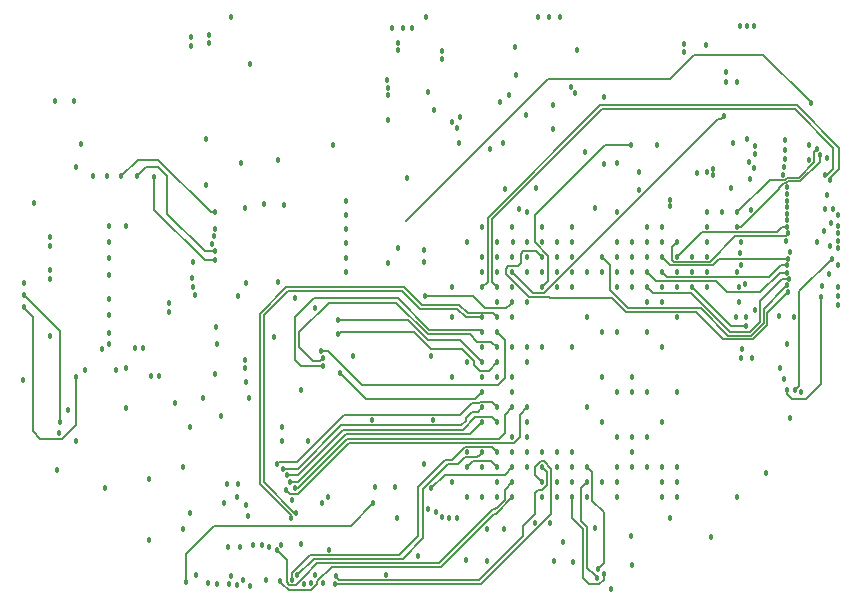
<source format=gbr>
G04 #@! TF.GenerationSoftware,KiCad,Pcbnew,no-vcs-found-2237de0~58~ubuntu16.04.1*
G04 #@! TF.CreationDate,2017-06-29T19:32:17-03:00*
G04 #@! TF.ProjectId,mateboard,6D617465626F6172642E6B696361645F,rev?*
G04 #@! TF.SameCoordinates,Original
G04 #@! TF.FileFunction,Copper,L4,Inr,Signal*
G04 #@! TF.FilePolarity,Positive*
%FSLAX46Y46*%
G04 Gerber Fmt 4.6, Leading zero omitted, Abs format (unit mm)*
G04 Created by KiCad (PCBNEW no-vcs-found-2237de0~58~ubuntu16.04.1) date Thu Jun 29 19:32:17 2017*
%MOMM*%
%LPD*%
G01*
G04 APERTURE LIST*
%ADD10C,0.100000*%
%ADD11C,0.457200*%
%ADD12C,0.200000*%
%ADD13C,0.150000*%
G04 APERTURE END LIST*
D10*
D11*
X152395000Y-109850000D03*
X151795000Y-109850000D03*
X151195000Y-109850000D03*
X105113000Y-156285500D03*
X122639000Y-109994000D03*
X123401000Y-109994000D03*
X121750000Y-109994000D03*
X147518000Y-122300000D03*
X94800000Y-116200000D03*
X158552424Y-124162697D03*
X155416280Y-128993952D03*
X154994801Y-120342812D03*
X115916922Y-157016922D03*
X111100000Y-156700000D03*
X109400000Y-150400000D03*
X135400000Y-118550009D03*
X93375684Y-147412316D03*
X93556000Y-144281591D03*
X122131000Y-151523000D03*
X107843500Y-153936000D03*
X131300000Y-123598890D03*
X114003000Y-153682000D03*
X127973000Y-155079000D03*
X155786000Y-134505000D03*
X151188600Y-129042279D03*
X154595000Y-138750000D03*
X131135000Y-119760000D03*
X148735000Y-153060000D03*
X92735000Y-128421620D03*
X92735000Y-127720580D03*
X92735000Y-136117820D03*
X92735000Y-131220700D03*
X92735000Y-130519660D03*
X97809660Y-126760000D03*
X99209200Y-126760000D03*
X102835000Y-133318740D03*
X102835000Y-134017240D03*
X105748000Y-141363000D03*
X146460000Y-111360000D03*
X146435000Y-112060000D03*
X150040000Y-114575000D03*
X150980000Y-114575000D03*
X150040000Y-113735000D03*
X121369000Y-129928600D03*
X137095000Y-155250000D03*
X144152000Y-119950000D03*
X142616000Y-122224000D03*
X95397000Y-119791000D03*
X93197000Y-116191000D03*
X114597006Y-144991000D03*
X114000000Y-140650000D03*
X97397000Y-148991000D03*
X101197000Y-148191000D03*
X101197000Y-153391000D03*
X99947000Y-137090994D03*
X100608740Y-137100000D03*
X97797000Y-135791000D03*
X97797000Y-134341000D03*
X97797000Y-132941000D03*
X97797000Y-130891000D03*
X97797000Y-129441000D03*
X97797000Y-128091000D03*
X99200000Y-142150000D03*
X103335000Y-141744000D03*
X112077400Y-121213000D03*
X110866000Y-124896000D03*
X106000000Y-123327000D03*
X106002000Y-119392000D03*
X108961000Y-121400000D03*
X106256000Y-110629000D03*
X106255994Y-111264000D03*
X109723000Y-113080000D03*
X125941000Y-111942000D03*
X125941000Y-112661000D03*
X131656000Y-115709000D03*
X122258000Y-111264000D03*
X122258000Y-111899000D03*
X136986749Y-126888251D03*
X148420000Y-122186000D03*
X148928000Y-121932000D03*
X148928000Y-122440000D03*
X142616000Y-123710000D03*
X142070000Y-155460000D03*
X134450000Y-137045000D03*
X142070000Y-140855000D03*
X143340000Y-140855000D03*
X142070000Y-139585000D03*
X126830000Y-139585000D03*
X128100000Y-138315000D03*
X129370000Y-149745000D03*
X112077400Y-131525000D03*
X150960000Y-149745000D03*
X126830000Y-131965000D03*
X126830000Y-134505000D03*
X136990000Y-137045000D03*
X139530000Y-139585000D03*
X140800000Y-140855000D03*
X138260000Y-142125000D03*
X128100000Y-128155000D03*
X129370000Y-126885000D03*
X131910000Y-126885000D03*
X134450000Y-126885000D03*
X135400000Y-116500000D03*
X140800000Y-135775000D03*
X139530000Y-135775000D03*
X138260000Y-134505000D03*
X143340000Y-135775000D03*
X143340000Y-126885000D03*
X144610000Y-126885000D03*
X148420000Y-126885000D03*
X101307411Y-139478610D03*
X116708000Y-119943000D03*
X102008280Y-139458000D03*
X112600000Y-124980000D03*
X113495000Y-132854000D03*
X104732000Y-111518000D03*
X104732000Y-110756000D03*
X152484000Y-119999600D03*
X157056000Y-119884620D03*
X121369000Y-115709000D03*
X121369000Y-115074000D03*
X121350000Y-114400000D03*
X145245000Y-124599000D03*
X145245000Y-125107000D03*
X155090819Y-128046411D03*
X155000000Y-119499988D03*
X123909000Y-154698000D03*
X123000000Y-122694000D03*
X121995000Y-148850000D03*
X120295000Y-148850000D03*
X139650000Y-115850000D03*
X139650000Y-121558000D03*
X124582000Y-109100000D03*
X108072000Y-109100000D03*
X134107000Y-109100000D03*
X134996000Y-109100000D03*
X135969000Y-109100000D03*
X150579000Y-119773000D03*
X132164000Y-111645000D03*
X130900000Y-116300000D03*
X132200022Y-114003954D03*
X94953000Y-144950000D03*
X108669000Y-132727000D03*
X95711620Y-138950000D03*
X109300000Y-125234000D03*
X112352000Y-153809000D03*
X121400000Y-117800000D03*
X122258000Y-128663000D03*
X140800000Y-125615000D03*
X157246500Y-116344000D03*
X118400000Y-137800000D03*
X125000000Y-137800000D03*
X120000000Y-143200000D03*
X125200000Y-143200000D03*
X155445000Y-143050000D03*
X150395004Y-123550000D03*
X140800000Y-121400000D03*
X141943000Y-153047000D03*
X145880000Y-134505000D03*
X144610000Y-133235000D03*
X143340000Y-133235000D03*
X108605500Y-157174500D03*
X135466000Y-155142500D03*
X129814500Y-155142500D03*
X145245000Y-151523000D03*
X142070000Y-145935000D03*
X140800000Y-148475000D03*
X145880000Y-149745000D03*
X159532500Y-126758000D03*
X159469000Y-131965000D03*
X159469000Y-132727002D03*
X159469002Y-133489000D03*
X159469000Y-128663001D03*
X159469000Y-128027998D03*
X159469000Y-127393002D03*
X159469000Y-130060000D03*
X142070000Y-144665000D03*
X140800000Y-149745000D03*
X144610000Y-149745000D03*
X158834000Y-128456600D03*
X158151390Y-131838000D03*
X138260000Y-149745000D03*
X139657000Y-156222000D03*
X136990000Y-149745000D03*
X114257000Y-157111000D03*
X135720000Y-149745000D03*
X106954500Y-157047500D03*
X134450000Y-149745000D03*
X112225000Y-156857000D03*
X131910000Y-149745000D03*
X115781000Y-150253000D03*
X130640000Y-149745000D03*
X145880000Y-147205000D03*
X128100000Y-149745000D03*
X127243575Y-151514857D03*
X136228000Y-153503000D03*
X126830000Y-148475000D03*
X145880000Y-148475000D03*
X158861321Y-126544224D03*
X144610000Y-148475000D03*
X157691000Y-128086642D03*
X158707000Y-130822000D03*
X121242000Y-156285500D03*
X139530000Y-148475000D03*
X139127736Y-156581736D03*
X138260000Y-148475000D03*
X136990000Y-148475000D03*
X131211500Y-152412000D03*
X114892000Y-156984000D03*
X135720000Y-148475000D03*
X116924000Y-157111000D03*
X134450000Y-148475000D03*
X111957999Y-154203001D03*
X131910000Y-148475000D03*
X116289000Y-149745000D03*
X130640000Y-148475000D03*
X144610000Y-147205000D03*
X128100000Y-145935000D03*
X156395000Y-140850000D03*
X158306324Y-127229430D03*
X143340000Y-147205000D03*
X155813093Y-140684328D03*
X158961000Y-129552000D03*
X142070000Y-147205000D03*
X155162997Y-140640379D03*
X140800000Y-147205000D03*
X158072000Y-132806400D03*
X139149000Y-155841000D03*
X138260000Y-147205000D03*
X116416000Y-154202632D03*
X136990000Y-147205000D03*
X107970500Y-157111000D03*
X135720000Y-147205000D03*
X116965502Y-156443527D03*
X134450000Y-147205000D03*
X109939000Y-153809000D03*
X133180000Y-147205000D03*
X124417000Y-146951000D03*
X110701000Y-153809000D03*
X125065000Y-148970000D03*
X131910000Y-147205000D03*
X111336000Y-153936000D03*
X128100000Y-147205000D03*
X130640000Y-147205000D03*
X129800000Y-152400000D03*
X129370000Y-147205000D03*
X153395000Y-147650000D03*
X137395000Y-111850000D03*
X138895000Y-152350000D03*
X140800000Y-144665000D03*
X131910000Y-134505000D03*
X131910000Y-131965000D03*
X115240078Y-156340078D03*
X136990000Y-145935000D03*
X135085000Y-151903996D03*
X135720000Y-145935000D03*
X133815000Y-151904000D03*
X134450000Y-145935000D03*
X133180000Y-145935000D03*
X131910000Y-145935000D03*
X113241000Y-156730000D03*
X130640000Y-145935000D03*
X113701402Y-156349000D03*
X129370000Y-145935000D03*
X108859500Y-153936000D03*
X143340000Y-144665000D03*
X125433000Y-151015000D03*
X133180000Y-144665000D03*
X124798000Y-150761000D03*
X131910000Y-144665000D03*
X144610000Y-143395000D03*
X139530000Y-143395000D03*
X148335000Y-111460000D03*
X133180000Y-143395000D03*
X112860000Y-147840000D03*
X130640000Y-143395000D03*
X113114000Y-148475000D03*
X129370000Y-143395000D03*
X112733000Y-149110000D03*
X133180000Y-142125000D03*
X113495000Y-148983000D03*
X131910000Y-142125000D03*
X111971000Y-146951000D03*
X130640000Y-142125000D03*
X112479000Y-147332000D03*
X129370000Y-142125000D03*
X145880000Y-140855000D03*
X117795000Y-128250000D03*
X131910000Y-140855000D03*
X117295000Y-139250000D03*
X129370000Y-140855000D03*
X117795000Y-130650000D03*
X131910000Y-139585000D03*
X117795000Y-124650000D03*
X130640000Y-139585000D03*
X117795000Y-125850000D03*
X129370000Y-139585000D03*
X117795000Y-127050000D03*
X133180000Y-138315000D03*
X117195000Y-135950000D03*
X130640000Y-138315000D03*
X117195000Y-134750000D03*
X129370000Y-138315000D03*
X117795000Y-129450000D03*
X133180000Y-137045000D03*
X115195000Y-133750000D03*
X131910000Y-137045000D03*
X115895000Y-137950000D03*
X130640000Y-137045000D03*
X109595000Y-141350000D03*
X129370000Y-137045000D03*
X115702199Y-137350000D03*
X130640000Y-135775000D03*
X115913781Y-138588308D03*
X129370000Y-135775000D03*
X158428066Y-125319920D03*
X157945000Y-120789000D03*
X157691000Y-120280996D03*
X158580000Y-121042998D03*
X133200000Y-133200000D03*
X124400000Y-128800000D03*
X113241000Y-149999000D03*
X124544000Y-132727000D03*
X131910000Y-133235000D03*
X130600000Y-133200000D03*
X124400000Y-129800000D03*
X155147131Y-126286709D03*
X151081602Y-133166811D03*
X155138894Y-125729558D03*
X152484000Y-133869990D03*
X155161271Y-125172795D03*
X151744610Y-134460000D03*
X148420000Y-131965000D03*
X151744610Y-135260000D03*
X147150000Y-131965000D03*
X145880000Y-131965000D03*
X144610000Y-131965000D03*
X155366306Y-131275845D03*
X143340000Y-131965000D03*
X125306000Y-116979000D03*
X142070000Y-131965000D03*
X133942000Y-123583000D03*
X140800000Y-131965000D03*
X104287500Y-156920500D03*
X120162500Y-150253000D03*
X136990000Y-131965000D03*
X151318390Y-137965827D03*
X135720000Y-131965000D03*
X141943000Y-119900000D03*
X134450000Y-131965000D03*
X155151157Y-124615674D03*
X155138185Y-124058613D03*
X151095000Y-131950000D03*
X155203017Y-123505185D03*
X151607820Y-131662820D03*
X148420000Y-130695000D03*
X154811247Y-122459178D03*
X150935000Y-130660000D03*
X147150000Y-130695000D03*
X154999984Y-121100000D03*
X151341002Y-137172000D03*
X145880000Y-130695000D03*
X155199990Y-130100000D03*
X144610000Y-130695000D03*
X155207099Y-130741861D03*
X143340000Y-130695000D03*
X127426240Y-119773000D03*
X142070000Y-130695000D03*
X124798000Y-115455000D03*
X140800000Y-130695000D03*
X139530000Y-130695000D03*
X138260000Y-130695000D03*
X136990000Y-130695000D03*
X159469000Y-125869000D03*
X135672400Y-130695000D03*
X152230000Y-137934000D03*
X150891400Y-134505000D03*
X134450000Y-130695000D03*
X108732498Y-148602000D03*
X133180000Y-130695000D03*
X149817000Y-117487000D03*
X131910000Y-130695000D03*
X130640000Y-130695000D03*
X151785500Y-119392000D03*
X129370000Y-130695000D03*
X151286444Y-130060000D03*
X152103000Y-125424500D03*
X151291390Y-128160000D03*
X148420000Y-129425000D03*
X154900000Y-121800000D03*
X147150000Y-129425000D03*
X152503000Y-120664000D03*
X155143070Y-126843906D03*
X145880000Y-129425000D03*
X155269202Y-129531403D03*
X144610000Y-129425000D03*
X126830000Y-117999240D03*
X143340000Y-129425000D03*
X127214380Y-118499620D03*
X142070000Y-129425000D03*
X136885643Y-114981469D03*
X140800000Y-129425000D03*
X155181516Y-131801523D03*
X139530000Y-129425000D03*
X154516001Y-134378000D03*
X136990000Y-129425000D03*
X159079856Y-125328423D03*
X135720000Y-129425000D03*
X155263331Y-132352695D03*
X134450000Y-129425000D03*
X107526000Y-150253000D03*
X133180000Y-125551500D03*
X133180000Y-129425000D03*
X131910000Y-129425000D03*
X130640000Y-129425000D03*
X129370000Y-129425000D03*
X152004061Y-122770147D03*
X152365331Y-121838085D03*
X148420000Y-128155000D03*
X151935000Y-121350000D03*
X155299994Y-127400000D03*
X145880000Y-128155000D03*
X144610000Y-128155000D03*
X143340000Y-128155000D03*
X127465000Y-117498860D03*
X130005000Y-120281000D03*
X142070000Y-128155000D03*
X137197580Y-115502420D03*
X140800000Y-128155000D03*
X136990000Y-128155000D03*
X135720000Y-128155000D03*
X107780000Y-148602000D03*
X133180000Y-128155000D03*
X132481500Y-125297500D03*
X108605500Y-149745000D03*
X131959066Y-128105934D03*
X150960000Y-126885000D03*
X150960000Y-125615000D03*
X157056000Y-121170000D03*
X148420000Y-125615000D03*
X149690000Y-125615000D03*
X125941000Y-151396000D03*
X126576000Y-151523000D03*
X133053000Y-117360001D03*
X138100000Y-120500000D03*
X90545000Y-131599998D03*
X90508000Y-139839000D03*
X93595000Y-143350000D03*
X90550578Y-132620922D03*
X90544994Y-133650000D03*
X94953000Y-139585000D03*
X107272000Y-142887000D03*
X94312080Y-142373080D03*
X97197000Y-137191000D03*
X112397000Y-143791000D03*
X103997000Y-147191000D03*
X97797000Y-136791000D03*
X112397000Y-144991000D03*
X103997000Y-152391000D03*
X98397000Y-138991000D03*
X99197000Y-138791000D03*
X105049500Y-132600000D03*
X104922500Y-131901500D03*
X104795500Y-131203000D03*
X104922500Y-129806000D03*
X154896996Y-139712000D03*
X109500000Y-151300000D03*
X140292000Y-157492000D03*
X155151000Y-136791000D03*
X109748500Y-157238000D03*
X111764610Y-136156000D03*
X104605000Y-143776000D03*
X109119873Y-156721078D03*
X106129000Y-156984000D03*
X106764000Y-129679000D03*
X101600000Y-122610000D03*
X106764000Y-128917000D03*
X100160000Y-122567000D03*
X106510000Y-128282000D03*
X94953000Y-121805000D03*
X106637000Y-127647000D03*
X96388000Y-122567000D03*
X106764000Y-127012000D03*
X97576000Y-122567000D03*
X106764000Y-125615000D03*
X98801000Y-122567000D03*
X109397000Y-139991000D03*
X109397000Y-131591000D03*
X106743406Y-139310406D03*
X91396984Y-124791000D03*
X109325264Y-138082264D03*
X106834723Y-135337723D03*
X106891000Y-136791000D03*
X109304000Y-138823000D03*
X134450000Y-128155000D03*
X108097500Y-156412500D03*
X104668500Y-151078500D03*
X130640000Y-128155000D03*
X144610000Y-137045000D03*
X138894986Y-125234000D03*
X113185715Y-151482085D03*
X130640000Y-134505000D03*
X113636285Y-151031515D03*
X129370000Y-134505000D03*
X158357278Y-122466154D03*
X130640000Y-131965000D03*
X158807848Y-122916724D03*
X129370000Y-131965000D03*
D12*
X134958000Y-114312000D02*
X145308500Y-114312000D01*
X153181101Y-112278601D02*
X157017901Y-116115401D01*
X122956500Y-126313500D02*
X134958000Y-114312000D01*
X147341899Y-112278601D02*
X153181101Y-112278601D01*
X145308500Y-114312000D02*
X147341899Y-112278601D01*
X157017901Y-116115401D02*
X157246500Y-116344000D01*
X136990000Y-151509990D02*
X136990000Y-150068289D01*
X137879000Y-156603000D02*
X137879000Y-152398990D01*
X138387000Y-157111000D02*
X137879000Y-156603000D01*
X139275330Y-157111000D02*
X138387000Y-157111000D01*
X137879000Y-152398990D02*
X136990000Y-151509990D01*
X139657000Y-156729330D02*
X139275330Y-157111000D01*
X139657000Y-156222000D02*
X139657000Y-156729330D01*
X136990000Y-150068289D02*
X136990000Y-149745000D01*
X112453599Y-157085599D02*
X112225000Y-156857000D01*
X112987000Y-157619000D02*
X112453599Y-157085599D01*
X114891330Y-157619000D02*
X112987000Y-157619000D01*
X115400000Y-156857000D02*
X115400000Y-157110330D01*
X116623990Y-155633010D02*
X115400000Y-156857000D01*
X115400000Y-157110330D02*
X114891330Y-157619000D01*
X125894990Y-155633010D02*
X116623990Y-155633010D01*
X130513000Y-151142000D02*
X130386000Y-151142000D01*
X131910000Y-149745000D02*
X130513000Y-151142000D01*
X130386000Y-151142000D02*
X125894990Y-155633010D01*
X138260000Y-155714000D02*
X138899137Y-156353137D01*
X138899137Y-156353137D02*
X139127736Y-156581736D01*
X137752000Y-151777000D02*
X138260000Y-152285000D01*
X138260000Y-152285000D02*
X138260000Y-155714000D01*
X137752000Y-148983000D02*
X137752000Y-151777000D01*
X138260000Y-148475000D02*
X137752000Y-148983000D01*
X116924000Y-157111000D02*
X129243666Y-157111000D01*
X129243666Y-157111000D02*
X135212000Y-151142666D01*
X135212000Y-151142666D02*
X135212000Y-147332670D01*
X135212000Y-147332670D02*
X134576330Y-146697000D01*
X134576330Y-146697000D02*
X134323670Y-146697000D01*
X134323670Y-146697000D02*
X133815000Y-147205670D01*
X133815000Y-147205670D02*
X133815000Y-147840000D01*
X133815000Y-147840000D02*
X134450000Y-148475000D01*
X112812399Y-156935729D02*
X112812399Y-155057401D01*
X113035271Y-157158601D02*
X112812399Y-156935729D01*
X114257000Y-156476000D02*
X113574399Y-157158601D01*
X115400000Y-155333000D02*
X114257000Y-156476000D01*
X113574399Y-157158601D02*
X113035271Y-157158601D01*
X130259000Y-150761000D02*
X125687000Y-155333000D01*
X122766000Y-155333000D02*
X115400000Y-155333000D01*
X130469722Y-150761000D02*
X130259000Y-150761000D01*
X130681861Y-150548861D02*
X130469722Y-150761000D01*
X112812399Y-155057401D02*
X111957999Y-154203001D01*
X125687000Y-155333000D02*
X122766000Y-155333000D01*
X131275000Y-149955722D02*
X130681861Y-150548861D01*
X131275000Y-149110000D02*
X131275000Y-149955722D01*
X131910000Y-148475000D02*
X131275000Y-149110000D01*
X156041692Y-140455729D02*
X155813093Y-140684328D01*
X156214601Y-140282820D02*
X156041692Y-140455729D01*
X158961000Y-129552000D02*
X156214601Y-132298399D01*
X156214601Y-132298399D02*
X156214601Y-140282820D01*
X158072000Y-132806400D02*
X158072000Y-140173000D01*
X156795000Y-141450000D02*
X155595000Y-141450000D01*
X158072000Y-140173000D02*
X156795000Y-141450000D01*
X155595000Y-141450000D02*
X155162997Y-141017997D01*
X155162997Y-141017997D02*
X155162997Y-140640379D01*
X139657000Y-151015000D02*
X138688601Y-150046601D01*
X138688601Y-150046601D02*
X138688601Y-147633601D01*
X138688601Y-147633601D02*
X138488599Y-147433599D01*
X138488599Y-147433599D02*
X138260000Y-147205000D01*
X139149000Y-155841000D02*
X139657000Y-155333000D01*
X139657000Y-155333000D02*
X139657000Y-151015000D01*
X132799000Y-153047000D02*
X129116000Y-156730000D01*
X132799000Y-152158000D02*
X132799000Y-153047000D01*
X133815000Y-151142000D02*
X132799000Y-152158000D01*
X134069000Y-149110000D02*
X133815000Y-149364000D01*
X134449330Y-149110000D02*
X134069000Y-149110000D01*
X134878601Y-147633601D02*
X134878601Y-148680729D01*
X134450000Y-147205000D02*
X134878601Y-147633601D01*
X129116000Y-156730000D02*
X117251975Y-156730000D01*
X134878601Y-148680729D02*
X134449330Y-149110000D01*
X117194101Y-156672126D02*
X116965502Y-156443527D01*
X117251975Y-156730000D02*
X117194101Y-156672126D01*
X133815000Y-149364000D02*
X133815000Y-151142000D01*
X131910000Y-147205000D02*
X131275000Y-147840000D01*
X131275000Y-147840000D02*
X126195000Y-147840000D01*
X126195000Y-147840000D02*
X125065000Y-148970000D01*
X130640000Y-147205000D02*
X130132000Y-146697000D01*
X130132000Y-146697000D02*
X128608000Y-146697000D01*
X128608000Y-146697000D02*
X128100000Y-147205000D01*
X122304011Y-154651989D02*
X114764083Y-154651989D01*
X114764083Y-154651989D02*
X113241000Y-156175072D01*
X113241000Y-156175072D02*
X113241000Y-156406711D01*
X113241000Y-156406711D02*
X113241000Y-156730000D01*
X123909000Y-153047000D02*
X122304011Y-154651989D01*
X130211399Y-145506399D02*
X127892931Y-145506399D01*
X127892931Y-145506399D02*
X126829330Y-146570000D01*
X126195000Y-146570000D02*
X123909000Y-148856000D01*
X123909000Y-148856000D02*
X123909000Y-153047000D01*
X130640000Y-145935000D02*
X130211399Y-145506399D01*
X126829330Y-146570000D02*
X126195000Y-146570000D01*
X115098402Y-154952000D02*
X122639000Y-154952000D01*
X122639000Y-154952000D02*
X124369399Y-153221601D01*
X127338000Y-146951000D02*
X127925399Y-146363601D01*
X124369399Y-149031271D02*
X126449670Y-146951000D01*
X124369399Y-153221601D02*
X124369399Y-149031271D01*
X126449670Y-146951000D02*
X127338000Y-146951000D01*
X129141401Y-146163599D02*
X129370000Y-145935000D01*
X128941399Y-146363601D02*
X129141401Y-146163599D01*
X127925399Y-146363601D02*
X128941399Y-146363601D01*
X113701402Y-156349000D02*
X115098402Y-154952000D01*
X112860000Y-147840000D02*
X113749000Y-147840000D01*
X113749000Y-147840000D02*
X117559000Y-144030000D01*
X117559000Y-144030000D02*
X127719000Y-144030000D01*
X127719000Y-144030000D02*
X128782601Y-142966399D01*
X128782601Y-142966399D02*
X130211399Y-142966399D01*
X130211399Y-142966399D02*
X130411401Y-143166401D01*
X130411401Y-143166401D02*
X130640000Y-143395000D01*
X113114000Y-148475000D02*
X113749000Y-148475000D01*
X113749000Y-148475000D02*
X117813000Y-144411000D01*
X117813000Y-144411000D02*
X128354000Y-144411000D01*
X128354000Y-144411000D02*
X129370000Y-143395000D01*
X132545000Y-144664330D02*
X132545000Y-142760000D01*
X132545000Y-142760000D02*
X133180000Y-142125000D01*
X118067000Y-145173000D02*
X132036330Y-145173000D01*
X132036330Y-145173000D02*
X132545000Y-144664330D01*
X113749000Y-149491000D02*
X118067000Y-145173000D01*
X113114000Y-149491000D02*
X113749000Y-149491000D01*
X112733000Y-149110000D02*
X113114000Y-149491000D01*
X113495000Y-148983000D02*
X113749000Y-148983000D01*
X113749000Y-148983000D02*
X117940000Y-144792000D01*
X130767000Y-144792000D02*
X131275000Y-144284000D01*
X131275000Y-144284000D02*
X131275000Y-142760000D01*
X117940000Y-144792000D02*
X130767000Y-144792000D01*
X131275000Y-142760000D02*
X131910000Y-142125000D01*
X127465000Y-142760000D02*
X128474990Y-141750010D01*
X128474990Y-141750010D02*
X129110660Y-141750010D01*
X129110660Y-141750010D02*
X129164271Y-141696399D01*
X129164271Y-141696399D02*
X130211399Y-141696399D01*
X130211399Y-141696399D02*
X130411401Y-141896401D01*
X130411401Y-141896401D02*
X130640000Y-142125000D01*
X117686000Y-142760000D02*
X127465000Y-142760000D01*
X113723599Y-146722401D02*
X117686000Y-142760000D01*
X111971000Y-146951000D02*
X112199599Y-146722401D01*
X112199599Y-146722401D02*
X113723599Y-146722401D01*
X112479000Y-147332000D02*
X113749000Y-147332000D01*
X128481000Y-142506000D02*
X128989000Y-142506000D01*
X113749000Y-147332000D02*
X117452399Y-143628601D01*
X117452399Y-143628601D02*
X127612399Y-143628601D01*
X127973000Y-143268000D02*
X127973000Y-143014000D01*
X127612399Y-143628601D02*
X127973000Y-143268000D01*
X127973000Y-143014000D02*
X128481000Y-142506000D01*
X128989000Y-142506000D02*
X129370000Y-142125000D01*
X117295000Y-139250000D02*
X119495000Y-141450000D01*
X119495000Y-141450000D02*
X128775000Y-141450000D01*
X128775000Y-141450000D02*
X129370000Y-140855000D01*
X129195000Y-139050000D02*
X129905000Y-139050000D01*
X129905000Y-139050000D02*
X130640000Y-138315000D01*
X128695000Y-138550000D02*
X129195000Y-139050000D01*
X128695000Y-138201670D02*
X128695000Y-138550000D01*
X124995000Y-137150000D02*
X127643330Y-137150000D01*
X127643330Y-137150000D02*
X128695000Y-138201670D01*
X123566401Y-135721401D02*
X124995000Y-137150000D01*
X117195000Y-135950000D02*
X117423599Y-135721401D01*
X117423599Y-135721401D02*
X123566401Y-135721401D01*
X117195000Y-134750000D02*
X123095000Y-134750000D01*
X123095000Y-134750000D02*
X124795000Y-136450000D01*
X124795000Y-136450000D02*
X127505000Y-136450000D01*
X127505000Y-136450000D02*
X129370000Y-138315000D01*
X115895000Y-137950000D02*
X115666401Y-138178599D01*
X122095000Y-133250000D02*
X124795000Y-135950000D01*
X124795000Y-135950000D02*
X128295000Y-135950000D01*
X115666401Y-138178599D02*
X115023599Y-138178599D01*
X115023599Y-138178599D02*
X113895000Y-137050000D01*
X116373601Y-133250000D02*
X122095000Y-133250000D01*
X113895000Y-137050000D02*
X113895000Y-135650000D01*
X113895000Y-135650000D02*
X113973601Y-135650000D01*
X113973601Y-135650000D02*
X116373601Y-133250000D01*
X128295000Y-135950000D02*
X128895000Y-136550000D01*
X128895000Y-136550000D02*
X130145000Y-136550000D01*
X130145000Y-136550000D02*
X130640000Y-137045000D01*
X115702199Y-137350000D02*
X116295000Y-137350000D01*
X130683330Y-140250000D02*
X131295000Y-139638330D01*
X116295000Y-137350000D02*
X119195000Y-140250000D01*
X119195000Y-140250000D02*
X130683330Y-140250000D01*
X131295000Y-139638330D02*
X131295000Y-136430000D01*
X131295000Y-136430000D02*
X130640000Y-135775000D01*
X113544990Y-138099990D02*
X114033308Y-138588308D01*
X114033308Y-138588308D02*
X115913781Y-138588308D01*
X115145010Y-132899990D02*
X113544990Y-134500010D01*
X113544990Y-134500010D02*
X113544990Y-138099990D01*
X122239978Y-132899990D02*
X115145010Y-132899990D01*
X125291401Y-135546401D02*
X124886389Y-135546401D01*
X124886389Y-135546401D02*
X122239978Y-132899990D01*
X129370000Y-135775000D02*
X129141401Y-135546401D01*
X129141401Y-135546401D02*
X125291401Y-135546401D01*
X124544000Y-132727000D02*
X128608000Y-132727000D01*
X131402000Y-133743000D02*
X131681401Y-133463599D01*
X128608000Y-132727000D02*
X129624000Y-133743000D01*
X131681401Y-133463599D02*
X131910000Y-133235000D01*
X129624000Y-133743000D02*
X131402000Y-133743000D01*
D13*
X157945000Y-121112289D02*
X157945000Y-120789000D01*
X157945000Y-121366289D02*
X157945000Y-121112289D01*
X156311289Y-123000000D02*
X157945000Y-121366289D01*
X155221323Y-123000000D02*
X156311289Y-123000000D01*
X155108533Y-123112790D02*
X155221323Y-123000000D01*
X154516000Y-123535034D02*
X154938244Y-123112790D01*
X154516000Y-123652289D02*
X154516000Y-123535034D01*
X154938244Y-123112790D02*
X155108533Y-123112790D01*
X151283289Y-126885000D02*
X154516000Y-123652289D01*
X150960000Y-126885000D02*
X151283289Y-126885000D01*
X153712221Y-122862779D02*
X155004976Y-122862779D01*
X155169764Y-122697991D02*
X156149513Y-122697991D01*
X157462401Y-120509595D02*
X157691000Y-120280996D01*
X150960000Y-125615000D02*
X153712221Y-122862779D01*
X157462401Y-121385103D02*
X157462401Y-120509595D01*
X156149513Y-122697991D02*
X157462401Y-121385103D01*
X155004976Y-122862779D02*
X155169764Y-122697991D01*
X151421321Y-135260000D02*
X151744610Y-135260000D01*
X150445000Y-135260000D02*
X151421321Y-135260000D01*
X147150000Y-131965000D02*
X150445000Y-135260000D01*
D12*
X154780580Y-131275845D02*
X155043017Y-131275845D01*
X155043017Y-131275845D02*
X155366306Y-131275845D01*
X143848000Y-132473000D02*
X147023000Y-132473000D01*
X147023000Y-132473000D02*
X150324997Y-135774997D01*
X150324997Y-135774997D02*
X152016447Y-135774997D01*
X152912601Y-133143824D02*
X154780580Y-131275845D01*
X143340000Y-131965000D02*
X143848000Y-132473000D01*
X152016447Y-135774997D02*
X152912601Y-134878843D01*
X152912601Y-134878843D02*
X152912601Y-133143824D01*
X106700500Y-152158000D02*
X104287500Y-154571000D01*
X104287500Y-154571000D02*
X104287500Y-156920500D01*
X120162500Y-150253000D02*
X118257500Y-152158000D01*
X118257500Y-152158000D02*
X106700500Y-152158000D01*
D13*
X134450000Y-131965000D02*
X134958000Y-131457000D01*
X134958000Y-131457000D02*
X134958000Y-129298000D01*
X134958000Y-129298000D02*
X133815000Y-128155000D01*
X139784000Y-119900000D02*
X141943000Y-119900000D01*
X133815000Y-128155000D02*
X133815000Y-125869000D01*
X133815000Y-125869000D02*
X139784000Y-119900000D01*
D12*
X154876701Y-130100000D02*
X155199990Y-130100000D01*
X154634243Y-130100000D02*
X154876701Y-130100000D01*
X145038601Y-131123601D02*
X153610642Y-131123601D01*
X144610000Y-130695000D02*
X145038601Y-131123601D01*
X153610642Y-131123601D02*
X154634243Y-130100000D01*
X150103601Y-132378601D02*
X152911425Y-132378601D01*
X149148611Y-131423611D02*
X150103601Y-132378601D01*
X144068611Y-131423611D02*
X149148611Y-131423611D01*
X152911425Y-132378601D02*
X154548165Y-130741861D01*
X154883810Y-130741861D02*
X155207099Y-130741861D01*
X143340000Y-130695000D02*
X144068611Y-131423611D01*
X154548165Y-130741861D02*
X154883810Y-130741861D01*
X149334401Y-117715599D02*
X149588401Y-117715599D01*
X134590000Y-132460000D02*
X149334401Y-117715599D01*
X133675000Y-132460000D02*
X134590000Y-132460000D01*
X131910000Y-130695000D02*
X133675000Y-132460000D01*
X149588401Y-117715599D02*
X149817000Y-117487000D01*
D13*
X145880000Y-129425000D02*
X148005000Y-127300000D01*
X154299052Y-127300000D02*
X154755146Y-126843906D01*
X154819781Y-126843906D02*
X155143070Y-126843906D01*
X154755146Y-126843906D02*
X154819781Y-126843906D01*
X148005000Y-127300000D02*
X154299052Y-127300000D01*
X155200605Y-129600000D02*
X155269202Y-129531403D01*
X155076711Y-129600000D02*
X155200605Y-129600000D01*
D12*
X145288611Y-130103611D02*
X148884389Y-130103611D01*
X149388000Y-129600000D02*
X155076711Y-129600000D01*
X148884389Y-130103611D02*
X149388000Y-129600000D01*
X144610000Y-129425000D02*
X145288611Y-130103611D01*
X153212612Y-135003111D02*
X153212612Y-133770427D01*
X147868722Y-133743000D02*
X150200729Y-136075008D01*
X139530000Y-129425000D02*
X140165000Y-130060000D01*
X140165000Y-130060000D02*
X140165000Y-132219000D01*
X141688998Y-133742998D02*
X147868722Y-133743000D01*
X154952917Y-132030122D02*
X155181516Y-131801523D01*
X153212612Y-133770427D02*
X154952917Y-132030122D01*
X150200729Y-136075008D02*
X152140715Y-136075008D01*
X140165000Y-132219000D02*
X141688998Y-133742998D01*
X152140715Y-136075008D02*
X153212612Y-135003111D01*
X131402000Y-130821330D02*
X133340680Y-132760010D01*
X153512623Y-134103403D02*
X155034732Y-132581294D01*
X149782019Y-136375019D02*
X152264983Y-136375019D01*
X131592500Y-130187000D02*
X131402000Y-130377500D01*
X132862500Y-128917000D02*
X132672000Y-129107500D01*
X147450010Y-134043010D02*
X149782019Y-136375019D01*
X132418000Y-130187000D02*
X131592500Y-130187000D01*
X132672000Y-129107500D02*
X132672000Y-129933000D01*
X133340680Y-132760010D02*
X134991010Y-132760010D01*
X134991010Y-132760010D02*
X135085000Y-132854000D01*
X131402000Y-130377500D02*
X131402000Y-130821330D01*
X155034732Y-132581294D02*
X155263331Y-132352695D01*
X140375722Y-132854000D02*
X141564730Y-134043008D01*
X141564730Y-134043008D02*
X147450010Y-134043010D01*
X134450000Y-129425000D02*
X133942000Y-128917000D01*
X152264983Y-136375019D02*
X153512623Y-135127379D01*
X132672000Y-129933000D02*
X132418000Y-130187000D01*
X135085000Y-132854000D02*
X140375722Y-132854000D01*
X133942000Y-128917000D02*
X132862500Y-128917000D01*
X153512623Y-135127379D02*
X153512623Y-134103403D01*
D13*
X150813723Y-127628607D02*
X155071387Y-127628607D01*
X145880000Y-128155000D02*
X145476399Y-128558601D01*
X155071387Y-127628607D02*
X155071395Y-127628599D01*
X148613729Y-129828601D02*
X150813723Y-127628607D01*
X145648601Y-129828601D02*
X148613729Y-129828601D01*
X145476399Y-129656399D02*
X145648601Y-129828601D01*
X155071395Y-127628599D02*
X155299994Y-127400000D01*
X145476399Y-128558601D02*
X145476399Y-129656399D01*
D12*
X93595000Y-143026711D02*
X93595000Y-143350000D01*
X93595000Y-135665344D02*
X93595000Y-143026711D01*
X90550578Y-132620922D02*
X93595000Y-135665344D01*
X90773593Y-133878599D02*
X90544994Y-133650000D01*
X94953000Y-143595330D02*
X93785729Y-144762601D01*
X91333500Y-144157000D02*
X91333500Y-134438506D01*
X91939101Y-144762601D02*
X91333500Y-144157000D01*
X91333500Y-134438506D02*
X90773593Y-133878599D01*
X93785729Y-144762601D02*
X91939101Y-144762601D01*
X94953000Y-139585000D02*
X94953000Y-143595330D01*
X101600000Y-122610000D02*
X101600000Y-125404000D01*
X101600000Y-125404000D02*
X105875000Y-129679000D01*
X105875000Y-129679000D02*
X106764000Y-129679000D01*
X100160000Y-122567000D02*
X100922000Y-121805000D01*
X100922000Y-121805000D02*
X101938000Y-121805000D01*
X101938000Y-121805000D02*
X102700000Y-122567000D01*
X102700000Y-122567000D02*
X102700000Y-125742000D01*
X102700000Y-125742000D02*
X105875000Y-128917000D01*
X105875000Y-128917000D02*
X106764000Y-128917000D01*
X98801000Y-122567000D02*
X100198000Y-121170000D01*
X100198000Y-121170000D02*
X101938000Y-121170000D01*
X101938000Y-121170000D02*
X106383000Y-125615000D01*
X106383000Y-125615000D02*
X106764000Y-125615000D01*
D13*
X129563729Y-134101399D02*
X129176271Y-134101399D01*
X130640000Y-134505000D02*
X130310000Y-134175000D01*
X124231346Y-133451000D02*
X122707346Y-131927000D01*
X110536000Y-148615146D02*
X113185715Y-151264861D01*
X129102670Y-134175000D02*
X128130346Y-134175000D01*
X130310000Y-134175000D02*
X129637330Y-134175000D01*
X129637330Y-134175000D02*
X129563729Y-134101399D01*
X129176271Y-134101399D02*
X129102670Y-134175000D01*
X113185715Y-151264861D02*
X113185715Y-151482085D01*
X128130346Y-134175000D02*
X127406346Y-133451000D01*
X127406346Y-133451000D02*
X124231346Y-133451000D01*
X122707346Y-131927000D02*
X112791654Y-131927000D01*
X112791654Y-131927000D02*
X110536000Y-134182654D01*
X110536000Y-134182654D02*
X110536000Y-148615146D01*
X127269654Y-133781000D02*
X124094654Y-133781000D01*
X129370000Y-134505000D02*
X127993654Y-134505000D01*
X110866000Y-134319346D02*
X110866000Y-148478454D01*
X127993654Y-134505000D02*
X127269654Y-133781000D01*
X124094654Y-133781000D02*
X122570654Y-132257000D01*
X122570654Y-132257000D02*
X112928346Y-132257000D01*
X112928346Y-132257000D02*
X110866000Y-134319346D01*
X110866000Y-148478454D02*
X113419061Y-151031515D01*
X113419061Y-151031515D02*
X113636285Y-151031515D01*
X130640000Y-131965000D02*
X130170000Y-131495000D01*
X158574502Y-122466154D02*
X158357278Y-122466154D01*
X155844654Y-116890000D02*
X159087988Y-120133334D01*
X139471346Y-116890000D02*
X155844654Y-116890000D01*
X130170000Y-131495000D02*
X130170000Y-126191346D01*
X130170000Y-126191346D02*
X139471346Y-116890000D01*
X159087988Y-120133334D02*
X159087988Y-121952668D01*
X159087988Y-121952668D02*
X158574502Y-122466154D01*
X129370000Y-131965000D02*
X129840000Y-131495000D01*
X139334654Y-116560000D02*
X155981346Y-116560000D01*
X159567592Y-121939756D02*
X158807848Y-122699500D01*
X159567592Y-120146246D02*
X159567592Y-121939756D01*
X129840000Y-126054654D02*
X139334654Y-116560000D01*
X129840000Y-131495000D02*
X129840000Y-126054654D01*
X155981346Y-116560000D02*
X159567592Y-120146246D01*
X158807848Y-122699500D02*
X158807848Y-122916724D01*
M02*

</source>
